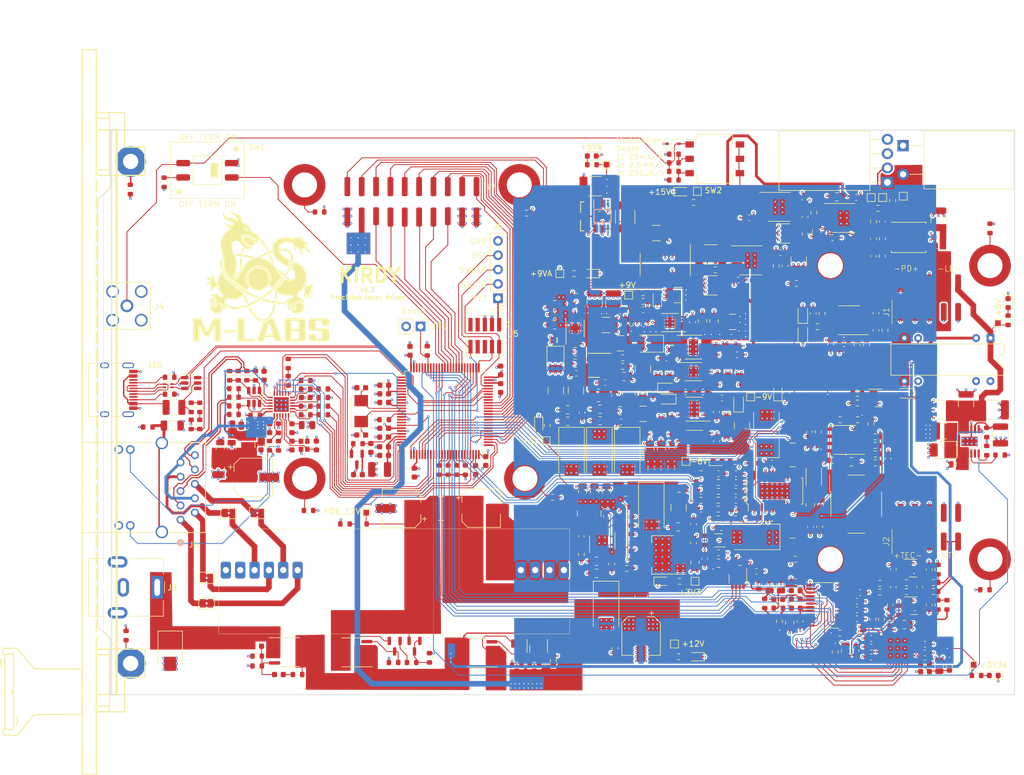
<source format=kicad_pcb>
(kicad_pcb (version 20221018) (generator pcbnew)

  (general
    (thickness 1.6)
  )

  (paper "A4")
  (layers
    (0 "F.Cu" jumper)
    (1 "In1.Cu" signal)
    (2 "In2.Cu" signal)
    (31 "B.Cu" signal)
    (32 "B.Adhes" user "B.Adhesive")
    (33 "F.Adhes" user "F.Adhesive")
    (34 "B.Paste" user)
    (35 "F.Paste" user)
    (36 "B.SilkS" user "B.Silkscreen")
    (37 "F.SilkS" user "F.Silkscreen")
    (38 "B.Mask" user)
    (39 "F.Mask" user)
    (40 "Dwgs.User" user "User.Drawings")
    (41 "Cmts.User" user "User.Comments")
    (42 "Eco1.User" user "User.Eco1")
    (43 "Eco2.User" user "User.Eco2")
    (44 "Edge.Cuts" user)
    (45 "Margin" user)
    (46 "B.CrtYd" user "B.Courtyard")
    (47 "F.CrtYd" user "F.Courtyard")
    (48 "B.Fab" user)
    (49 "F.Fab" user)
    (50 "User.1" user)
    (51 "User.2" user)
    (52 "User.3" user)
    (53 "User.4" user)
    (54 "User.5" user)
    (55 "User.6" user)
    (56 "User.7" user)
    (57 "User.8" user)
    (58 "User.9" user)
  )

  (setup
    (stackup
      (layer "F.SilkS" (type "Top Silk Screen"))
      (layer "F.Paste" (type "Top Solder Paste"))
      (layer "F.Mask" (type "Top Solder Mask") (thickness 0.01))
      (layer "F.Cu" (type "copper") (thickness 0.035))
      (layer "dielectric 1" (type "core") (thickness 0.48) (material "FR4") (epsilon_r 4.5) (loss_tangent 0.02))
      (layer "In1.Cu" (type "copper") (thickness 0.035))
      (layer "dielectric 2" (type "prepreg") (thickness 0.48) (material "FR4") (epsilon_r 4.5) (loss_tangent 0.02))
      (layer "In2.Cu" (type "copper") (thickness 0.035))
      (layer "dielectric 3" (type "core") (thickness 0.48) (material "FR4") (epsilon_r 4.5) (loss_tangent 0.02))
      (layer "B.Cu" (type "copper") (thickness 0.035))
      (layer "B.Mask" (type "Bottom Solder Mask") (thickness 0.01))
      (layer "B.Paste" (type "Bottom Solder Paste"))
      (layer "B.SilkS" (type "Bottom Silk Screen"))
      (copper_finish "ENIG")
      (dielectric_constraints no)
    )
    (pad_to_mask_clearance 0)
    (pcbplotparams
      (layerselection 0x00010fc_ffffffff)
      (plot_on_all_layers_selection 0x0000000_00000000)
      (disableapertmacros false)
      (usegerberextensions true)
      (usegerberattributes false)
      (usegerberadvancedattributes false)
      (creategerberjobfile true)
      (dashed_line_dash_ratio 12.000000)
      (dashed_line_gap_ratio 3.000000)
      (svgprecision 6)
      (plotframeref false)
      (viasonmask false)
      (mode 1)
      (useauxorigin false)
      (hpglpennumber 1)
      (hpglpenspeed 20)
      (hpglpendiameter 15.000000)
      (dxfpolygonmode true)
      (dxfimperialunits true)
      (dxfusepcbnewfont true)
      (psnegative false)
      (psa4output false)
      (plotreference false)
      (plotvalue false)
      (plotinvisibletext false)
      (sketchpadsonfab false)
      (subtractmaskfromsilk true)
      (outputformat 1)
      (mirror false)
      (drillshape 0)
      (scaleselection 1)
      (outputdirectory "gerbers")
    )
  )

  (net 0 "")
  (net 1 "+5VA")
  (net 2 "GND")
  (net 3 "Net-(U4-OUT)")
  (net 4 "Net-(U5--)")
  (net 5 "Net-(U3-VOUT_F)")
  (net 6 "Net-(C7-Pad2)")
  (net 7 "+9VA")
  (net 8 "-6V")
  (net 9 "+15V")
  (net 10 "Net-(U2-+)")
  (net 11 "Net-(U2--)")
  (net 12 "/MCU/PD_MON")
  (net 13 "Net-(C10-Pad1)")
  (net 14 "Net-(C10-Pad2)")
  (net 15 "Net-(C12-Pad1)")
  (net 16 "+3V3")
  (net 17 "Net-(U5-+)")
  (net 18 "Net-(Q2-G)")
  (net 19 "/MCU/VREF")
  (net 20 "+12V")
  (net 21 "Net-(C17-Pad2)")
  (net 22 "Net-(C24-Pad1)")
  (net 23 "Net-(C24-Pad2)")
  (net 24 "Net-(C27-Pad1)")
  (net 25 "/driveStage/PD_C")
  (net 26 "Net-(U7B-+)")
  (net 27 "-9V")
  (net 28 "IN")
  (net 29 "Net-(U9-VCAP_1)")
  (net 30 "Net-(U9-VCAP_2)")
  (net 31 "Net-(U9-PH0)")
  (net 32 "Net-(U9-PH1)")
  (net 33 "Net-(C51-Pad1)")
  (net 34 "/MCU/VDDA")
  (net 35 "Net-(U12-PGFB)")
  (net 36 "Net-(D5-A)")
  (net 37 "Net-(C81-Pad1)")
  (net 38 "Net-(D13-K)")
  (net 39 "Net-(U16-C+)")
  (net 40 "+9V")
  (net 41 "+8V")
  (net 42 "+3.3VA")
  (net 43 "/thermostat/DAC_REF")
  (net 44 "Net-(U16-C-)")
  (net 45 "Net-(D7-A)")
  (net 46 "Net-(D14-K)")
  (net 47 "/thermostat/MAXV")
  (net 48 "/thermostat/MAXIP")
  (net 49 "/thermostat/MAXIN")
  (net 50 "Net-(U11-EN{slash}UV)")
  (net 51 "Net-(U17-EN{slash}UV)")
  (net 52 "Net-(U13-EN{slash}UV)")
  (net 53 "/MCU/TEC_ISEN")
  (net 54 "Net-(U15-EN{slash}UV)")
  (net 55 "/thermostat/TEC_VREF")
  (net 56 "Net-(U14-EN{slash}UV)")
  (net 57 "Net-(U11-SET)")
  (net 58 "Net-(U17-SET)")
  (net 59 "+5V")
  (net 60 "Net-(U12-SET)")
  (net 61 "Net-(U13-SET)")
  (net 62 "Net-(U14-SET)")
  (net 63 "Net-(U15-SET)")
  (net 64 "Net-(C119-Pad1)")
  (net 65 "Net-(U19-CS)")
  (net 66 "Net-(U19-CTLI)")
  (net 67 "Net-(U19-OS2)")
  (net 68 "Net-(U19-COMP)")
  (net 69 "Net-(C132-Pad1)")
  (net 70 "Net-(U21-+)")
  (net 71 "Net-(C144-Pad2)")
  (net 72 "Net-(C145-Pad2)")
  (net 73 "/Ehternet/AVDDT_PHY")
  (net 74 "/Ehternet/ETH_SHIELD")
  (net 75 "Net-(U22-REFOUT)")
  (net 76 "Net-(C151-Pad2)")
  (net 77 "/MCU/RST")
  (net 78 "Net-(C152-Pad2)")
  (net 79 "/thermostat/TEC+")
  (net 80 "/thermostat/TEC-")
  (net 81 "Net-(U22-REGCAPD)")
  (net 82 "/MCU/USB_DP")
  (net 83 "/MCU/USB_DN")
  (net 84 "/MCU/SWDIO")
  (net 85 "/MCU/SWCLK")
  (net 86 "Net-(U22-REGCAPA)")
  (net 87 "/digital supply/+12V_Barrel_Jack")
  (net 88 "Net-(Q4-G)")
  (net 89 "Net-(U23-REGCAPA)")
  (net 90 "Net-(U23-REGCAPD)")
  (net 91 "Net-(Q3-G)")
  (net 92 "Net-(C176-Pad2)")
  (net 93 "Net-(C177-Pad1)")
  (net 94 "/driveStage/LD-")
  (net 95 "/thermostat/NTC+")
  (net 96 "/thermostat/NTC-")
  (net 97 "Net-(U26-BOOT)")
  (net 98 "Net-(C181-Pad2)")
  (net 99 "Net-(U26-VIN)")
  (net 100 "Net-(U25-VI)")
  (net 101 "Net-(FL2-Pad4)")
  (net 102 "Net-(FL2-Pad1)")
  (net 103 "Net-(C194-Pad1)")
  (net 104 "/MCU/PWM_MAXV")
  (net 105 "/MCU/PWM_MAXIP")
  (net 106 "/MCU/PWM_MAXIN")
  (net 107 "Net-(U26-SS{slash}TR)")
  (net 108 "Net-(U26-COMP)")
  (net 109 "Net-(C199-Pad1)")
  (net 110 "/MCU/TEC_VSEN")
  (net 111 "/Ehternet/POE_VC2-")
  (net 112 "/Ehternet/POE_VC1-")
  (net 113 "/MCU/POE_PWR_SRC")
  (net 114 "/Ehternet/RMII_RXD0")
  (net 115 "/Ehternet/POE_VC2+")
  (net 116 "/Ehternet/RMII_RXD1")
  (net 117 "/Ehternet/POE_VC1+")
  (net 118 "/Ehternet/RMII_CRS_DV")
  (net 119 "/Ehternet/RMII_REF_CLK")
  (net 120 "/Ehternet/RMII_MDIO")
  (net 121 "Net-(J9-Pad11)")
  (net 122 "/Ehternet/ETH_LED_1")
  (net 123 "Net-(J9-Pad13)")
  (net 124 "/Ehternet/PHY_TD_P")
  (net 125 "/Ehternet/PHY_TD_N")
  (net 126 "/Ehternet/PHY_RD_P")
  (net 127 "/Ehternet/PHY_RD_N")
  (net 128 "/Ehternet/ETH_LED_2")
  (net 129 "unconnected-(J10-SBU2-PadB8)")
  (net 130 "Net-(J10-CC2)")
  (net 131 "/MCU/USB_VBUS")
  (net 132 "/MCU/LDAC_LOAD")
  (net 133 "/MCU/LDAC_CLK")
  (net 134 "/MCU/LDAC_MOSI")
  (net 135 "/MCU/LDAC_CS")
  (net 136 "/MCU/TADC_SYNC")
  (net 137 "/MCU/TADC_MISO")
  (net 138 "/MCU/TDAC_MOSI")
  (net 139 "/MCU/TADC_CLK")
  (net 140 "/MCU/TDAC_CLK")
  (net 141 "/MCU/TADC_CS")
  (net 142 "/MCU/TDAC_SYNC")
  (net 143 "/MCU/TADC_MOSI")
  (net 144 "unconnected-(J10-SBU1-PadA8)")
  (net 145 "Net-(J10-CC1)")
  (net 146 "Net-(JP1-A)")
  (net 147 "Net-(JP2-B)")
  (net 148 "Net-(JP3-B)")
  (net 149 "Net-(JP4-B)")
  (net 150 "Net-(JP5-B)")
  (net 151 "Net-(U28-VDDCR)")
  (net 152 "Net-(Q9-E)")
  (net 153 "Net-(Q1-G)")
  (net 154 "Net-(Q2-S-Pad1)")
  (net 155 "Net-(U28-XTAL2)")
  (net 156 "Net-(Q5-G)")
  (net 157 "/Ehternet/RMII_MDC")
  (net 158 "/Ehternet/PHY_NRST")
  (net 159 "Net-(Q6-B)")
  (net 160 "Net-(Q7-B)")
  (net 161 "Net-(U28-XTAL1)")
  (net 162 "Net-(Q9-B)")
  (net 163 "Net-(D1-A)")
  (net 164 "/Ehternet/RMII_TX_EN")
  (net 165 "/Ehternet/RMII_TXD0")
  (net 166 "/Ehternet/RMII_TXD1")
  (net 167 "Net-(D2-A2)")
  (net 168 "Net-(D6-A)")
  (net 169 "Net-(D8-A)")
  (net 170 "Net-(D9-A)")
  (net 171 "Net-(D10-A)")
  (net 172 "Net-(FB10-Pad1)")
  (net 173 "Net-(U29-VBUS)")
  (net 174 "Net-(U19-OS1)")
  (net 175 "unconnected-(J5-Pin_6-Pad6)")
  (net 176 "Net-(U10-SET)")
  (net 177 "unconnected-(J5-Pin_7-Pad7)")
  (net 178 "Net-(U20B--)")
  (net 179 "unconnected-(J5-Pin_8-Pad8)")
  (net 180 "unconnected-(J5-Pin_9-Pad9)")
  (net 181 "Net-(L5-Pad1)")
  (net 182 "Net-(L6-Pad1)")
  (net 183 "unconnected-(K1-Pad14)")
  (net 184 "Net-(U20A-+)")
  (net 185 "Net-(U20A--)")
  (net 186 "Net-(Q8-B)")
  (net 187 "Net-(R10-Pad2)")
  (net 188 "Net-(R11-Pad2)")
  (net 189 "Net-(U1--)")
  (net 190 "Net-(R24-Pad2)")
  (net 191 "unconnected-(R24-Pad3)")
  (net 192 "Net-(U7B--)")
  (net 193 "Net-(U8-OUT)")
  (net 194 "Net-(U9-PE8)")
  (net 195 "Net-(U9-PE9)")
  (net 196 "Net-(U9-PE10)")
  (net 197 "Net-(U9-PE11)")
  (net 198 "Net-(R42-Pad1)")
  (net 199 "Net-(U12-ILIM)")
  (net 200 "Net-(U18-VFB)")
  (net 201 "Net-(R74-Pad2)")
  (net 202 "Net-(U21--)")
  (net 203 "Net-(U22-AIN0)")
  (net 204 "Net-(U22-AIN1)")
  (net 205 "Net-(U23-AIN0{slash}REF2-)")
  (net 206 "Net-(U23-AIN1{slash}REF2+)")
  (net 207 "/MCU/LD_EN")
  (net 208 "Net-(U26-EN)")
  (net 209 "Net-(U26-VSENSE)")
  (net 210 "Net-(U26-RT{slash}CLK)")
  (net 211 "Net-(U28-RXD0)")
  (net 212 "/MCU/TEC_~{SHDN}")
  (net 213 "/MCU/~{LD_SHORT}")
  (net 214 "Net-(U28-RXD1)")
  (net 215 "Net-(U28-CRS_DV)")
  (net 216 "Net-(U28-nINT)")
  (net 217 "Net-(U28-RXER)")
  (net 218 "Net-(U28-RBIAS)")
  (net 219 "Net-(R140-Pad2)")
  (net 220 "Net-(R141-Pad1)")
  (net 221 "Net-(U1-+)")
  (net 222 "Net-(U3-VOUT_S)")
  (net 223 "unconnected-(U4-RFB-Pad1)")
  (net 224 "12Vin")
  (net 225 "unconnected-(U4-NC-Pad9)")
  (net 226 "unconnected-(U4-INV-Pad13)")
  (net 227 "unconnected-(U9-PE2-Pad1)")
  (net 228 "unconnected-(U9-PE3-Pad2)")
  (net 229 "unconnected-(U9-PE4-Pad3)")
  (net 230 "unconnected-(U10-ILIM-Pad5)")
  (net 231 "unconnected-(U11-PG-Pad4)")
  (net 232 "unconnected-(U12-PG-Pad5)")
  (net 233 "unconnected-(U9-PE5-Pad4)")
  (net 234 "unconnected-(U9-PE6-Pad5)")
  (net 235 "unconnected-(U14-PG-Pad4)")
  (net 236 "unconnected-(U15-PG-Pad4)")
  (net 237 "unconnected-(U9-PC13-Pad7)")
  (net 238 "unconnected-(U9-PC14-Pad8)")
  (net 239 "unconnected-(U9-PC15-Pad9)")
  (net 240 "unconnected-(U9-PC0-Pad15)")
  (net 241 "unconnected-(U9-PC2-Pad17)")
  (net 242 "unconnected-(U9-PB2-Pad37)")
  (net 243 "unconnected-(U9-PE7-Pad38)")
  (net 244 "unconnected-(U9-PE12-Pad43)")
  (net 245 "unconnected-(U9-PE13-Pad44)")
  (net 246 "unconnected-(U9-PE14-Pad45)")
  (net 247 "unconnected-(U9-PE15-Pad46)")
  (net 248 "unconnected-(U9-PA8-Pad67)")
  (net 249 "unconnected-(U9-PA10-Pad69)")
  (net 250 "unconnected-(U9-PB9-Pad96)")
  (net 251 "unconnected-(U9-PE0-Pad97)")
  (net 252 "unconnected-(U9-PE1-Pad98)")
  (net 253 "unconnected-(U13-PG-Pad5)")
  (net 254 "unconnected-(U15-VIOC-Pad7)")
  (net 255 "unconnected-(U16-NC-Pad1)")
  (net 256 "unconnected-(U16-NC-Pad3)")
  (net 257 "unconnected-(U16-NC-Pad6)")
  (net 258 "unconnected-(U16-NC-Pad7)")
  (net 259 "unconnected-(U16-NC-Pad12)")
  (net 260 "unconnected-(U17-PG-Pad4)")
  (net 261 "Net-(U19-ITEC)")
  (net 262 "unconnected-(U22-XTAL1-Pad9)")
  (net 263 "unconnected-(U22-XTAL2{slash}CLKIO-Pad10)")
  (net 264 "/Ehternet/RJ45_RD_N")
  (net 265 "/Ehternet/RJ45_RD_P")
  (net 266 "/Ehternet/RJ45_TD_N")
  (net 267 "/Ehternet/RJ45_TD_P")
  (net 268 "/thermostat/ADC1_REF")
  (net 269 "/thermostat/ADC1_A3V3")
  (net 270 "/thermostat/ADC1_D3V3")
  (net 271 "/thermostat/ADC2_D3V3")
  (net 272 "/thermostat/ADC2_A3V3")
  (net 273 "/thermostat/ADC2_REF")
  (net 274 "unconnected-(U22-GPIO0-Pad19)")
  (net 275 "unconnected-(U22-GPIO1-Pad20)")
  (net 276 "Net-(C126-Pad1)")
  (net 277 "unconnected-(U23-DNC-Pad3)")
  (net 278 "unconnected-(U23-PDSW-Pad8)")
  (net 279 "unconnected-(U23-XTAL1-Pad9)")
  (net 280 "unconnected-(U23-XTAL2{slash}CLKIO-Pad10)")
  (net 281 "unconnected-(U23-~{ERROR}-Pad15)")
  (net 282 "unconnected-(U23-GPIO0-Pad20)")
  (net 283 "unconnected-(U23-GPIO1-Pad21)")
  (net 284 "unconnected-(U23-GPIO2-Pad22)")
  (net 285 "unconnected-(U23-AIN2-Pad23)")
  (net 286 "Net-(C208-Pad1)")
  (net 287 "Net-(R7-Pad2)")
  (net 288 "unconnected-(U23-AIN3-Pad24)")
  (net 289 "unconnected-(U23-AIN4-Pad25)")
  (net 290 "unconnected-(U23-AIN5-Pad26)")
  (net 291 "unconnected-(U23-AIN6-Pad27)")
  (net 292 "unconnected-(U23-AIN7-Pad28)")
  (net 293 "unconnected-(U23-AIN8-Pad29)")
  (net 294 "/MCU/TERM_STAT")
  (net 295 "Net-(MH1-Pad1)")
  (net 296 "Net-(MH1-Pad2)")
  (net 297 "/thermostat/TEC_REF")
  (net 298 "Net-(D12-A)")
  (net 299 "Net-(D13-A)")
  (net 300 "unconnected-(U23-GPO3-Pad30)")
  (net 301 "Net-(D15-A)")
  (net 302 "unconnected-(U24-NC-Pad1)")
  (net 303 "unconnected-(U24-NC-Pad2)")
  (net 304 "unconnected-(U26-PWRGD-Pad14)")
  (net 305 "Net-(D19-A)")
  (net 306 "Net-(D20-A)")
  (net 307 "Net-(D21-A)")
  (net 308 "Net-(D11-A)")
  (net 309 "/digital supply/POE_12V")
  (net 310 "unconnected-(U29-I{slash}O3-Pad4)")
  (net 311 "unconnected-(U29-I{slash}O4-Pad6)")
  (net 312 "Net-(H2-Pad1)")
  (net 313 "Net-(H1-Pad1)")
  (net 314 "Net-(H4-Pad1)")
  (net 315 "Net-(H3-Pad1)")
  (net 316 "Net-(H5-Pad1)")
  (net 317 "Net-(H6-Pad1)")
  (net 318 "Net-(H7-Pad1)")
  (net 319 "Net-(H8-Pad1)")
  (net 320 "/MCU/PC9")
  (net 321 "/MCU/PC8")
  (net 322 "/MCU/PC7")
  (net 323 "/MCU/PD1")
  (net 324 "/MCU/PC6")
  (net 325 "/MCU/PD2")
  (net 326 "/MCU/PD15")
  (net 327 "/MCU/PD3")
  (net 328 "/MCU/PD14")
  (net 329 "/MCU/PD4")
  (net 330 "/MCU/PD13")
  (net 331 "/MCU/PD5")
  (net 332 "/MCU/PD12")
  (net 333 "/MCU/PD6")
  (net 334 "/MCU/PD11")
  (net 335 "/MCU/PD10")

  (footprint "Resistor_SMD:R_0603_1608Metric" (layer "F.Cu") (at 34.544 45.8338 180))

  (footprint "Resistor_SMD:R_0603_1608Metric" (layer "F.Cu") (at 56.4434 93.4499 90))

  (footprint "Capacitor_SMD:C_0603_1608Metric" (layer "F.Cu") (at 34.544 47.3578))

  (footprint "Capacitor_SMD:C_0603_1608Metric" (layer "F.Cu") (at 138.5316 80.9498 90))

  (footprint "Package_TO_SOT_SMD:SOT-23" (layer "F.Cu") (at 50.2882 91.3874 -90))

  (footprint "Capacitor_SMD:C_0805_2012Metric" (layer "F.Cu") (at 103.4288 76.5556 -90))

  (footprint "Inductor_SMD:L_1210_3225Metric" (layer "F.Cu") (at 47.617 60.0964))

  (footprint "Capacitor_SMD:C_0603_1608Metric" (layer "F.Cu") (at 104.4956 63.9706 180))

  (footprint "Resistor_SMD:R_0603_1608Metric" (layer "F.Cu") (at 119.634 46.482 -90))

  (footprint "Resistor_SMD:R_0603_1608Metric" (layer "F.Cu") (at 73.6 14.7 180))

  (footprint "Capacitor_SMD:C_0805_2012Metric" (layer "F.Cu") (at 107.6 76.7))

  (footprint "Capacitor_SMD:C_0603_1608Metric" (layer "F.Cu") (at 137.6328 58.1658 90))

  (footprint "Package_QFP:LQFP-100_14x14mm_P0.5mm" (layer "F.Cu") (at 59.182 49.7798))

  (footprint "Capacitor_SMD:C_0603_1608Metric" (layer "F.Cu") (at 104.4956 67.1332 180))

  (footprint "Resistor_SMD:R_0603_1608Metric" (layer "F.Cu") (at 33.0955 96.414))

  (footprint "Resistor_SMD:R_0603_1608Metric" (layer "F.Cu") (at 37.6308 47.3578 180))

  (footprint "Inductor_SMD:L_1008_2520Metric" (layer "F.Cu") (at 91.7448 46.6344 -90))

  (footprint "Capacitor_SMD:C_0603_1608Metric" (layer "F.Cu") (at 110.6875 60.8397))

  (footprint "Capacitor_SMD:C_0805_2012Metric" (layer "F.Cu") (at 94.1832 46.3922 -90))

  (footprint "Resistor_SMD:R_0603_1608Metric" (layer "F.Cu") (at 115.7754 83.822 -90))

  (footprint "Resistor_SMD:R_0603_1608Metric" (layer "F.Cu") (at 37.6308 45.8338 180))

  (footprint "Resistor_SMD:R_0603_1608Metric" (layer "F.Cu") (at 129.075 89.1 180))

  (footprint "Resistor_SMD:R_0603_1608Metric" (layer "F.Cu") (at 104.4956 62.3984))

  (footprint "Resistor_SMD:R_0603_1608Metric" (layer "F.Cu") (at 78.36 93.918 90))

  (footprint "Capacitor_SMD:C_0603_1608Metric" (layer "F.Cu") (at 135.0256 22.3134 -90))

  (footprint "Capacitor_SMD:C_0603_1608Metric" (layer "F.Cu") (at 99.3394 50.1786 90))

  (footprint "Diode_SMD:D_SMB" (layer "F.Cu") (at 10.5615 92.364 -90))

  (footprint "Capacitor_SMD:C_0603_1608Metric" (layer "F.Cu") (at 78.8126 32.7046 180))

  (footprint "Resistor_SMD:R_0603_1608Metric" (layer "F.Cu") (at 21.844 50.355))

  (footprint "Resistor_SMD:R_0603_1608Metric" (layer "F.Cu") (at 155.65 17.4 -90))

  (footprint "Resistor_SMD:R_0603_1608Metric" (layer "F.Cu") (at 132.1793 46.6024))

  (footprint "Capacitor_SMD:C_0805_2012Metric" (layer "F.Cu") (at 82.2198 41.2662 180))

  (footprint "Package_SO:SOIC-8-1EP_3.9x4.9mm_P1.27mm_EP2.29x3mm" (layer "F.Cu") (at 118.325 13.585))

  (footprint "Capacitor_SMD:C_0805_2012Metric" (layer "F.Cu") (at 86.0044 76.3524 180))

  (footprint "Package_TO_SOT_SMD:SOT-23-6" (layer "F.Cu") (at 25.4 47.2562 90))

  (footprint "Resistor_SMD:R_0603_1608Metric" (layer "F.Cu") (at 158.85 33.675 -90))

  (footprint "LED_SMD:LED_0603_1608Metric" (layer "F.Cu") (at 96.774 29.718 90))

  (footprint "Connector_BarrelJack:BarrelJack_CUI_PJ-063AH_Horizontal" (layer "F.Cu") (at 8.25 80.9732 -90))

  (footprint "TestPoint:TestPoint_Pad_1.0x1.0mm" (layer "F.Cu") (at 77.1 55 180))

  (footprint "Capacitor_SMD:C_1812_4532Metric" (layer "F.Cu") (at 156.2338 49.5436))

  (footprint "Resistor_SMD:R_0603_1608Metric" (layer "F.Cu") (at 136.144 81.788))

  (footprint "Capacitor_SMD:C_0603_1608Metric" (layer "F.Cu") (at 144.137 91.059))

  (footprint "Resistor_SMD:R_0603_1608Metric" (layer "F.Cu") (at 104.5423 60.8397))

  (footprint "Resistor_SMD:R_0603_1608Metric" (layer "F.Cu")
    (tstamp 172e2ccd-5984-45c3-b57b-f7453ad4d6aa)
    (at 148.463 94.869 90)
    (descr "Resistor SMD 0603 (1608 Metric), square (rectangular) end terminal, IPC_7351 nominal, (Body size source: IPC-SM-782 page 72, https://www.pcb-3d.com/wordpress/wp-content/uploads/ipc-sm-782a_amendment_1_and_2.pdf), generated with kicad-footprint-generator")
    (tags "resistor")
    (property "MFR_PN" "RC0603FR-0733RL")
    (property "MFR_PN_ALT" "CRGCQ0603F33R")
    (property "Sheetfile" "thermostat.kicad_sch")
    (property "Sheetname" "thermostat")
    (property "dnp" "")
    (property "ki_description" "Resistor")
    (property "ki_keywords" "R res resistor")
    (path "/bda728c0-b189-4e05-8d4f-58a38acf883b/558f1ad0-88ec-4056-ad85-5fa30a6ceb4f")
    (attr smd)
    (fp_text reference "R96" (at 0 -1.43 90) (layer "F.SilkS") hide
        (effects (font (size 1 1) (thickness 0.15)))
      (tstamp b368c516-fd3f-4474-9625-3fea7e4e0969)
    )
    (fp_text value "33" (at 0 1.43 90) (layer "F.Fab")
        (effects (font (size 1 1) (thickness 0.15)))
      (tstamp 0a73afc7-0b81-49d1-9577-930cd144bebd)
    )
    (fp_text user "${REFERENCE}" (at 0 0 90) (layer "F.Fab")
        (effects (font (size 0.4 0.4) (thickness 0.06)))
      (tstamp 11729988-d77f-4a75-ad02-8ff6fb7ffffa)
    )
    (fp_line (start -0.237258 -0.5225) (end 0.237258 -0.5225)
      (stroke (width 0.12) (type solid)) (layer "F.SilkS") (tstamp 558e46f4-98c4-4739-86da-304474adca01))
    (fp_line (start -0.237258 0.5225) (end 0.237258 0.5225)
      (stroke (width 0.12) (type solid)) (layer "F.SilkS") (tstamp eb5ffa6f-8496-4728-96f8-55d4457186dc))
    (fp_line (start -1.48 -0.73) (end 1.48 -0.73)
      (stroke (width 0.05) (type solid)) (layer "F.CrtYd") (tstamp 1dd8c134-6338-4500-afed-25bd2f1937e5))
    (fp_line (start -1.48 0.73) (end -1.48 -0.73)
      (stroke (width 0.05) (type solid)) (layer "F.CrtYd") (tstamp 77d60b8e-0945-4f94-af79-1c08a0767006))
    (fp_line (start 1.48 -0.73) (end 1.48 0.73)
      (stroke (width 0.05) (type solid)) (layer "F.CrtYd") (tstamp e54c3cbf-1a39-41b8-acc7-8177eda42426))
    (fp_line (start 1.48 0.73) (end -1.48 0.73)
      (stroke (width 0.05) (type solid)) (layer "F.CrtYd") (tstamp b1006b32-40cc-4ff1-97ea-1f16eed21c87))
    (fp_line (start -0.8 -0.4125) (end 0.8 -0.4125)
      (stroke (width 0.1) (type solid)) (layer "F.Fab") (tstamp 53e180b2-547e-43b9-936b-c71d98edd069))
    (fp_line (start -0.8 0.4125) (end -0.8 -0.4125)
      (stroke (width 0.1) (type solid)) (layer "F.Fab") (tstamp 5deda2dc-8023-4c62
... [5848188 chars truncated]
</source>
